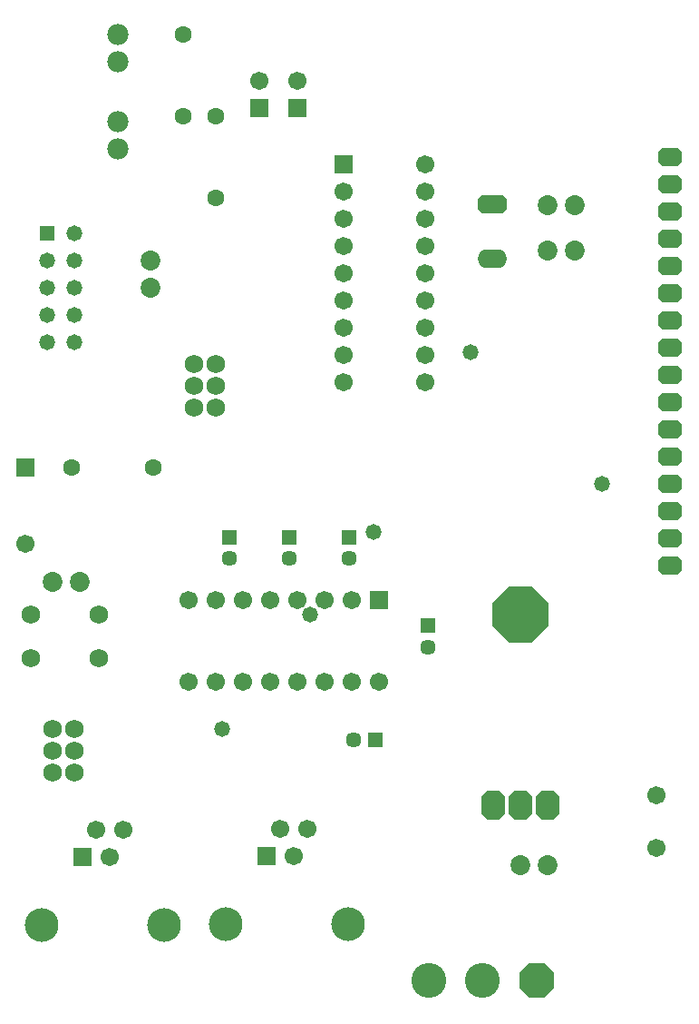
<source format=gbs>
%FSLAX23Y23*%
%MOIN*%
G70*
G01*
G75*
G04 Layer_Color=16711935*
%ADD10C,0.020*%
%ADD11C,0.047*%
%ADD12C,0.010*%
%ADD13C,0.120*%
%ADD14P,0.130X8X202.5*%
%ADD15C,0.070*%
%ADD16C,0.055*%
%ADD17C,0.060*%
G04:AMPARAMS|DCode=18|XSize=80mil|YSize=100mil|CornerRadius=0mil|HoleSize=0mil|Usage=FLASHONLY|Rotation=0.000|XOffset=0mil|YOffset=0mil|HoleType=Round|Shape=Octagon|*
%AMOCTAGOND18*
4,1,8,-0.020,0.050,0.020,0.050,0.040,0.030,0.040,-0.030,0.020,-0.050,-0.020,-0.050,-0.040,-0.030,-0.040,0.030,-0.020,0.050,0.0*
%
%ADD18OCTAGOND18*%

%ADD19P,0.213X8X22.5*%
%ADD20R,0.059X0.059*%
%ADD21C,0.059*%
%ADD22R,0.059X0.059*%
%ADD23C,0.059*%
%ADD24C,0.116*%
%ADD25R,0.059X0.059*%
%ADD26C,0.065*%
%ADD27C,0.049*%
%ADD28R,0.049X0.049*%
%ADD29R,0.049X0.049*%
%ADD30C,0.050*%
%ADD31R,0.050X0.050*%
G04:AMPARAMS|DCode=32|XSize=80mil|YSize=60mil|CornerRadius=0mil|HoleSize=0mil|Usage=FLASHONLY|Rotation=0.000|XOffset=0mil|YOffset=0mil|HoleType=Round|Shape=Octagon|*
%AMOCTAGOND32*
4,1,8,0.040,-0.015,0.040,0.015,0.025,0.030,-0.025,0.030,-0.040,0.015,-0.040,-0.015,-0.025,-0.030,0.025,-0.030,0.040,-0.015,0.0*
%
%ADD32OCTAGOND32*%

%ADD33O,0.100X0.060*%
G04:AMPARAMS|DCode=34|XSize=100mil|YSize=60mil|CornerRadius=0mil|HoleSize=0mil|Usage=FLASHONLY|Rotation=0.000|XOffset=0mil|YOffset=0mil|HoleType=Round|Shape=Octagon|*
%AMOCTAGOND34*
4,1,8,0.050,-0.015,0.050,0.015,0.035,0.030,-0.035,0.030,-0.050,0.015,-0.050,-0.015,-0.035,-0.030,0.035,-0.030,0.050,-0.015,0.0*
%
%ADD34OCTAGOND34*%

%ADD35R,0.070X0.040*%
%ADD36R,0.075X0.040*%
%ADD37C,0.005*%
%ADD38C,0.008*%
%ADD39C,0.010*%
%ADD40C,0.024*%
%ADD41C,0.002*%
%ADD42C,0.006*%
%ADD43C,0.012*%
%ADD44C,0.006*%
%ADD45C,0.008*%
%ADD46R,0.075X0.031*%
%ADD47R,0.020X0.020*%
%ADD48C,0.128*%
%ADD49P,0.139X8X202.5*%
%ADD50C,0.078*%
%ADD51C,0.063*%
%ADD52C,0.068*%
G04:AMPARAMS|DCode=53|XSize=88mil|YSize=108mil|CornerRadius=0mil|HoleSize=0mil|Usage=FLASHONLY|Rotation=0.000|XOffset=0mil|YOffset=0mil|HoleType=Round|Shape=Octagon|*
%AMOCTAGOND53*
4,1,8,-0.022,0.054,0.022,0.054,0.044,0.032,0.044,-0.032,0.022,-0.054,-0.022,-0.054,-0.044,-0.032,-0.044,0.032,-0.022,0.054,0.0*
%
%ADD53OCTAGOND53*%

%ADD54P,0.222X8X22.5*%
%ADD55R,0.067X0.067*%
%ADD56C,0.067*%
%ADD57R,0.067X0.067*%
%ADD58C,0.067*%
%ADD59C,0.124*%
%ADD60R,0.067X0.067*%
%ADD61C,0.073*%
%ADD62C,0.057*%
%ADD63R,0.057X0.057*%
%ADD64R,0.057X0.057*%
%ADD65C,0.058*%
%ADD66R,0.058X0.058*%
G04:AMPARAMS|DCode=67|XSize=88mil|YSize=68mil|CornerRadius=0mil|HoleSize=0mil|Usage=FLASHONLY|Rotation=0.000|XOffset=0mil|YOffset=0mil|HoleType=Round|Shape=Octagon|*
%AMOCTAGOND67*
4,1,8,0.044,-0.017,0.044,0.017,0.027,0.034,-0.027,0.034,-0.044,0.017,-0.044,-0.017,-0.027,-0.034,0.027,-0.034,0.044,-0.017,0.0*
%
%ADD67OCTAGOND67*%

%ADD68O,0.108X0.068*%
G04:AMPARAMS|DCode=69|XSize=108mil|YSize=68mil|CornerRadius=0mil|HoleSize=0mil|Usage=FLASHONLY|Rotation=0.000|XOffset=0mil|YOffset=0mil|HoleType=Round|Shape=Octagon|*
%AMOCTAGOND69*
4,1,8,0.054,-0.017,0.054,0.017,0.037,0.034,-0.037,0.034,-0.054,0.017,-0.054,-0.017,-0.037,-0.034,0.037,-0.034,0.054,-0.017,0.0*
%
%ADD69OCTAGOND69*%

D48*
X2621Y1296D02*
D03*
X2820D02*
D03*
D49*
X3020D02*
D03*
D50*
X1480Y4770D02*
D03*
Y4670D02*
D03*
Y4450D02*
D03*
Y4350D02*
D03*
D51*
X1720Y4770D02*
D03*
Y4470D02*
D03*
X1310Y3180D02*
D03*
X1610D02*
D03*
X1840Y4170D02*
D03*
Y4470D02*
D03*
D52*
X1760Y3480D02*
D03*
X1840D02*
D03*
Y3400D02*
D03*
X1760D02*
D03*
X1840Y3560D02*
D03*
X1760D02*
D03*
X1240Y2140D02*
D03*
X1320D02*
D03*
Y2060D02*
D03*
X1240D02*
D03*
X1320Y2220D02*
D03*
X1240D02*
D03*
X1410Y2480D02*
D03*
X1160D02*
D03*
X1410Y2640D02*
D03*
X1160D02*
D03*
D53*
X2860Y1940D02*
D03*
X2960D02*
D03*
X3060D02*
D03*
D54*
X2960Y2640D02*
D03*
D55*
X2440Y2695D02*
D03*
X2000Y4500D02*
D03*
X2140D02*
D03*
X1140Y3180D02*
D03*
D56*
X2340Y2695D02*
D03*
X2240D02*
D03*
X2140D02*
D03*
X2040D02*
D03*
X1940D02*
D03*
X1840D02*
D03*
X1740D02*
D03*
X2440Y2395D02*
D03*
X2340D02*
D03*
X2240D02*
D03*
X2140D02*
D03*
X2040D02*
D03*
X1940D02*
D03*
X1840D02*
D03*
X1740D02*
D03*
X2310Y4195D02*
D03*
Y4095D02*
D03*
Y3995D02*
D03*
Y3895D02*
D03*
Y3795D02*
D03*
Y3695D02*
D03*
Y3595D02*
D03*
Y3495D02*
D03*
X2610Y4295D02*
D03*
Y4195D02*
D03*
Y4095D02*
D03*
Y3995D02*
D03*
Y3895D02*
D03*
Y3795D02*
D03*
Y3695D02*
D03*
Y3595D02*
D03*
Y3495D02*
D03*
X2000Y4600D02*
D03*
X2140D02*
D03*
X1140Y2900D02*
D03*
X3460Y1782D02*
D03*
Y1978D02*
D03*
D57*
X2310Y4295D02*
D03*
D58*
X2175Y1852D02*
D03*
X2075D02*
D03*
X2125Y1752D02*
D03*
X1500Y1850D02*
D03*
X1400D02*
D03*
X1450Y1750D02*
D03*
D59*
X1875Y1502D02*
D03*
X2325D02*
D03*
X1200Y1500D02*
D03*
X1650D02*
D03*
D60*
X2025Y1752D02*
D03*
X1350Y1750D02*
D03*
D61*
X2960Y1720D02*
D03*
X3060D02*
D03*
X3160Y3977D02*
D03*
X3060D02*
D03*
X3160Y4145D02*
D03*
X3060D02*
D03*
X1340Y2760D02*
D03*
X1240D02*
D03*
X1600Y3840D02*
D03*
Y3940D02*
D03*
D62*
X1890Y2846D02*
D03*
X2346Y2180D02*
D03*
X2110Y2846D02*
D03*
X2620Y2521D02*
D03*
X2330Y2846D02*
D03*
D63*
X1890Y2924D02*
D03*
X2110D02*
D03*
X2620Y2599D02*
D03*
X2330Y2924D02*
D03*
D64*
X2424Y2180D02*
D03*
D65*
X1320Y3640D02*
D03*
Y3740D02*
D03*
Y3840D02*
D03*
Y3940D02*
D03*
Y4040D02*
D03*
X1220Y3640D02*
D03*
Y3740D02*
D03*
Y3840D02*
D03*
Y3940D02*
D03*
X2420Y2945D02*
D03*
X2185Y2640D02*
D03*
X3260Y3120D02*
D03*
X2776Y3604D02*
D03*
X1862Y2220D02*
D03*
D66*
X1220Y4040D02*
D03*
D67*
X3510Y2820D02*
D03*
Y2920D02*
D03*
Y3020D02*
D03*
Y3120D02*
D03*
Y3220D02*
D03*
Y3320D02*
D03*
Y3420D02*
D03*
Y3520D02*
D03*
Y3620D02*
D03*
Y3720D02*
D03*
Y3820D02*
D03*
Y3920D02*
D03*
Y4020D02*
D03*
Y4120D02*
D03*
Y4220D02*
D03*
Y4320D02*
D03*
D68*
X2855Y3947D02*
D03*
D69*
Y4147D02*
D03*
M02*

</source>
